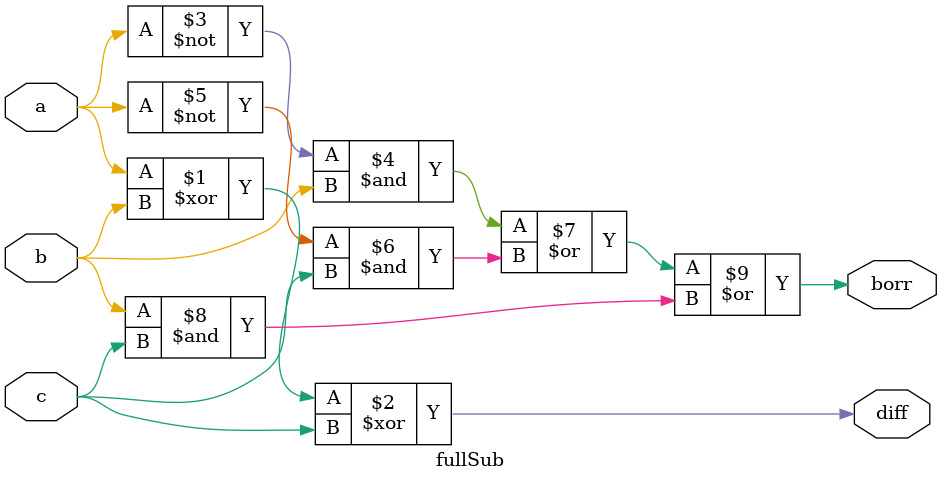
<source format=v>

module fullSub(input a,b,c, output diff,borr);
    assign diff = a^b^c;
    assign borr = (~a&b)|(~a&c)|(b&c);

endmodule 
</source>
